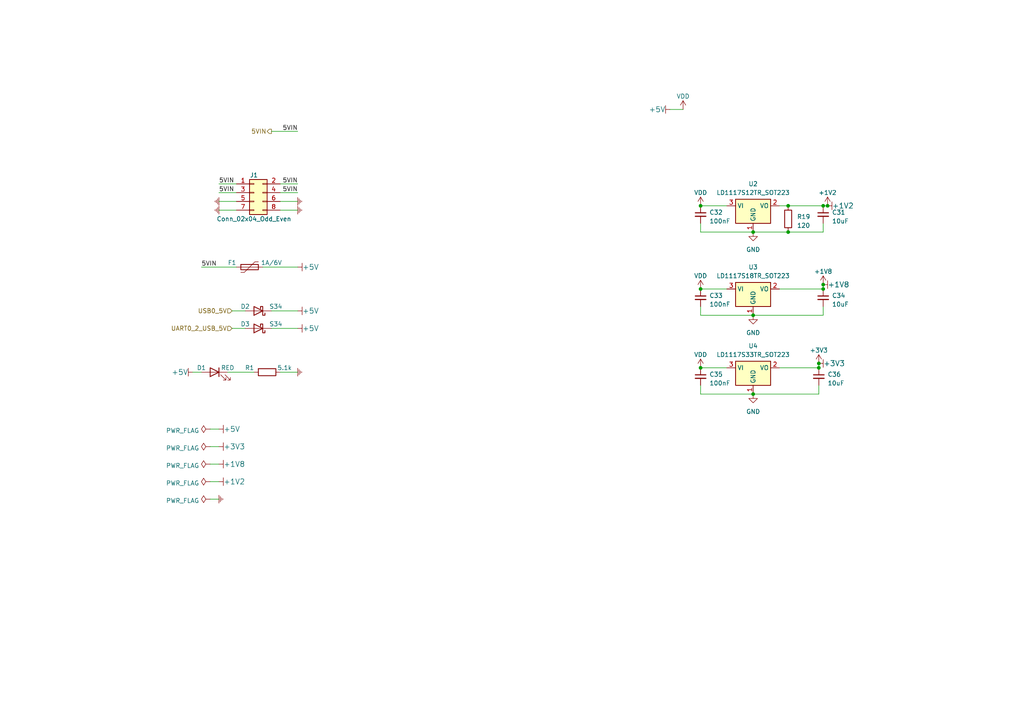
<source format=kicad_sch>
(kicad_sch (version 20230121) (generator eeschema)
  (paper "A4")
  (lib_symbols
    (symbol "0_power:+1V2" (power) (pin_names (offset 1.016))
      (property "Value" "+1V2" (at 0 1.27 0))
      (symbol "+1V2_0_1"
        (polyline (pts (xy -1.143 0) (xy 1.143 0)))
        (polyline (pts (xy 0 0) (xy 0 -1.27)))
      )
      (symbol "+1V2_1_1"
        (pin power_in line (at 0 -1.27 90) (length 0) hide (name "+1V2") (number "1"))
      )
    )
    (symbol "0_power:+1V8" (power) (pin_names (offset 1.016))
      (property "Value" "+1V8" (at 0 1.27 0))
      (symbol "+1V8_0_1"
        (polyline (pts (xy -1.143 0) (xy 1.143 0)))
        (polyline (pts (xy 0 0) (xy 0 -1.27)))
      )
      (symbol "+1V8_1_1"
        (pin power_in line (at 0 -1.27 90) (length 0) hide (name "+1V8") (number "1"))
      )
    )
    (symbol "0_power:+3V3" (power) (pin_names (offset 1.016))
      (property "Value" "+3V3" (at 0 1.27 0))
      (symbol "+3V3_0_1"
        (polyline (pts (xy -1.143 0) (xy 1.143 0)))
        (polyline (pts (xy 0 0) (xy 0 -1.27)))
      )
      (symbol "+3V3_1_1"
        (pin power_in line (at 0 -1.27 90) (length 0) hide (name "+3V3") (number "1"))
      )
    )
    (symbol "0_power:+5V" (power) (pin_names (offset 1.016))
      (property "Value" "+5V" (at 0 1.27 0))
      (symbol "+5V_0_1"
        (polyline (pts (xy -1.143 0) (xy 1.143 0)))
        (polyline (pts (xy 0 0) (xy 0 -1.27)))
      )
      (symbol "+5V_1_1"
        (pin power_in line (at 0 -1.27 90) (length 0) hide (name "+5V") (number "1"))
      )
    )
    (symbol "0_power:GND" (power) (pin_names (offset 1.016))
      (symbol "GND_0_1"
        (polyline (pts (xy -1.143 0) (xy 1.143 0)))
        (polyline (pts (xy -0.762 -0.381) (xy 0.762 -0.381)))
        (polyline (pts (xy -0.381 -0.762) (xy 0.381 -0.762)))
        (polyline (pts (xy -0.127 -1.143) (xy 0.127 -1.143)))
      )
      (symbol "GND_1_1"
        (pin power_in line (at 0 0 270) (length 0) hide (name "GND") (number "1"))
      )
    )
    (symbol "0_power:PWR_FLAG" (power) (pin_numbers hide) (pin_names (offset 0) hide)
      (property "Value" "PWR_FLAG" (at 0 3.81 0))
      (symbol "PWR_FLAG_0_0"
        (pin power_out line (at 0 0 90) (length 0) (name "pwr") (number "1"))
      )
      (symbol "PWR_FLAG_0_1"
        (polyline (pts (xy 0 0) (xy 0 1.27) (xy -1.016 1.905) (xy 0 2.54) (xy 1.016 1.905) (xy 0 1.27)))
      )
    )
    (symbol "Connector_Generic:Conn_02x04_Odd_Even" (pin_names (offset 1.016) hide)
      (property "Reference" "J" (at 1.27 5.08 0))
      (property "Value" "Conn_02x04_Odd_Even" (at 1.27 -7.62 0))
      (symbol "Conn_02x04_Odd_Even_1_1"
        (rectangle (start -1.27 -4.953) (end 0 -5.207) (stroke (width 0.1524)))
        (rectangle (start -1.27 -2.413) (end 0 -2.667) (stroke (width 0.1524)))
        (rectangle (start -1.27 0.127) (end 0 -0.127) (stroke (width 0.1524)))
        (rectangle (start -1.27 2.667) (end 0 2.413) (stroke (width 0.1524)))
        (rectangle (start -1.27 3.81) (end 3.81 -6.35) (stroke (width 0.254)) (fill (type background)))
        (rectangle (start 3.81 -4.953) (end 2.54 -5.207) (stroke (width 0.1524)))
        (rectangle (start 3.81 -2.413) (end 2.54 -2.667) (stroke (width 0.1524)))
        (rectangle (start 3.81 0.127) (end 2.54 -0.127) (stroke (width 0.1524)))
        (rectangle (start 3.81 2.667) (end 2.54 2.413) (stroke (width 0.1524)))
        (pin passive line (at -5.08 2.54 0) (length 3.81) (name "Pin_1") (number "1"))
        (pin passive line (at 7.62 2.54 180) (length 3.81) (name "Pin_2") (number "2"))
        (pin passive line (at -5.08 0 0) (length 3.81) (name "Pin_3") (number "3"))
        (pin passive line (at 7.62 0 180) (length 3.81) (name "Pin_4") (number "4"))
        (pin passive line (at -5.08 -2.54 0) (length 3.81) (name "Pin_5") (number "5"))
        (pin passive line (at 7.62 -2.54 180) (length 3.81) (name "Pin_6") (number "6"))
        (pin passive line (at -5.08 -5.08 0) (length 3.81) (name "Pin_7") (number "7"))
        (pin passive line (at 7.62 -5.08 180) (length 3.81) (name "Pin_8") (number "8"))
      )
    )
    (symbol "Device:C_Small" (pin_numbers hide) (pin_names (offset 0.254) hide)
      (property "Reference" "C" (at 0.254 1.778 0))
      (property "Value" "C_Small" (at 0.254 -2.032 0))
      (symbol "C_Small_0_1"
        (polyline (pts (xy -1.524 -0.508) (xy 1.524 -0.508)) (stroke (width 0.3302)))
        (polyline (pts (xy -1.524 0.508) (xy 1.524 0.508)) (stroke (width 0.3048)))
      )
      (symbol "C_Small_1_1"
        (pin passive line (at 0 2.54 270) (length 2.032) (name "~") (number "1"))
        (pin passive line (at 0 -2.54 90) (length 2.032) (name "~") (number "2"))
      )
    )
    (symbol "Device:D_Schottky" (pin_numbers hide) (pin_names (offset 1.016) hide)
      (property "Reference" "D" (at 0 2.54 0))
      (property "Value" "D_Schottky" (at 0 -2.54 0))
      (symbol "D_Schottky_0_1"
        (polyline (pts (xy 1.27 0) (xy -1.27 0)))
        (polyline (pts (xy 1.27 1.27) (xy 1.27 -1.27) (xy -1.27 0) (xy 1.27 1.27)) (stroke (width 0.254)))
        (polyline (pts (xy -1.905 0.635) (xy -1.905 1.27) (xy -1.27 1.27) (xy -1.27 -1.27) (xy -0.635 -1.27) (xy -0.635 -0.635)) (stroke (width 0.254)))
      )
      (symbol "D_Schottky_1_1"
        (pin passive line (at -3.81 0 0) (length 2.54) (name "K") (number "1"))
        (pin passive line (at 3.81 0 180) (length 2.54) (name "A") (number "2"))
      )
    )
    (symbol "Device:LED" (pin_numbers hide) (pin_names (offset 1.016) hide)
      (property "Reference" "D" (at 0 2.54 0))
      (property "Value" "LED" (at 0 -2.54 0))
      (symbol "LED_0_1"
        (polyline (pts (xy -1.27 -1.27) (xy -1.27 1.27)) (stroke (width 0.254)))
        (polyline (pts (xy -1.27 0) (xy 1.27 0)))
        (polyline (pts (xy 1.27 -1.27) (xy 1.27 1.27) (xy -1.27 0) (xy 1.27 -1.27)) (stroke (width 0.254)))
        (polyline (pts (xy -3.048 -0.762) (xy -4.572 -2.286) (xy -3.81 -2.286) (xy -4.572 -2.286) (xy -4.572 -1.524)))
        (polyline (pts (xy -1.778 -0.762) (xy -3.302 -2.286) (xy -2.54 -2.286) (xy -3.302 -2.286) (xy -3.302 -1.524)))
      )
      (symbol "LED_1_1"
        (pin passive line (at -3.81 0 0) (length 2.54) (name "K") (number "1"))
        (pin passive line (at 3.81 0 180) (length 2.54) (name "A") (number "2"))
      )
    )
    (symbol "Device:Polyfuse" (pin_numbers hide) (pin_names (offset 0))
      (property "Reference" "F" (at -2.54 0 90))
      (property "Value" "Polyfuse" (at 2.54 0 90))
      (symbol "Polyfuse_0_1"
        (rectangle (start -0.762 2.54) (end 0.762 -2.54) (stroke (width 0.254)))
        (polyline (pts (xy 0 2.54) (xy 0 -2.54)))
        (polyline (pts (xy -1.524 2.54) (xy -1.524 1.524) (xy 1.524 -1.524) (xy 1.524 -2.54)))
      )
      (symbol "Polyfuse_1_1"
        (pin passive line (at 0 3.81 270) (length 1.27) (name "~") (number "1"))
        (pin passive line (at 0 -3.81 90) (length 1.27) (name "~") (number "2"))
      )
    )
    (symbol "Device:R" (pin_numbers hide) (pin_names (offset 0))
      (property "Reference" "R" (at 2.032 0 90))
      (property "Value" "R" (at 0 0 90))
      (symbol "R_0_1"
        (rectangle (start -1.016 -2.54) (end 1.016 2.54) (stroke (width 0.254)))
      )
      (symbol "R_1_1"
        (pin passive line (at 0 3.81 270) (length 1.27) (name "~") (number "1"))
        (pin passive line (at 0 -3.81 90) (length 1.27) (name "~") (number "2"))
      )
    )
    (symbol "Regulator_Linear:LD1117S12TR_SOT223"
      (property "Reference" "U" (at -3.81 3.175 0))
      (property "Value" "LD1117S12TR_SOT223" (at 0 3.175 0))
      (symbol "LD1117S12TR_SOT223_0_1"
        (rectangle (start -5.08 -5.08) (end 5.08 1.905) (stroke (width 0.254)) (fill (type background)))
      )
      (symbol "LD1117S12TR_SOT223_1_1"
        (pin power_in line (at 0 -7.62 90) (length 2.54) (name "GND") (number "1"))
        (pin power_out line (at 7.62 0 180) (length 2.54) (name "VO") (number "2"))
        (pin power_in line (at -7.62 0 0) (length 2.54) (name "VI") (number "3"))
      )
    )
    (symbol "Regulator_Linear:LD1117S18TR_SOT223"
      (property "Reference" "U" (at -3.81 3.175 0))
      (property "Value" "LD1117S18TR_SOT223" (at 0 3.175 0))
      (symbol "LD1117S18TR_SOT223_0_1"
        (rectangle (start -5.08 -5.08) (end 5.08 1.905) (stroke (width 0.254)) (fill (type background)))
      )
      (symbol "LD1117S18TR_SOT223_1_1"
        (pin power_in line (at 0 -7.62 90) (length 2.54) (name "GND") (number "1"))
        (pin power_out line (at 7.62 0 180) (length 2.54) (name "VO") (number "2"))
        (pin power_in line (at -7.62 0 0) (length 2.54) (name "VI") (number "3"))
      )
    )
    (symbol "Regulator_Linear:LD1117S33TR_SOT223"
      (property "Reference" "U" (at -3.81 3.175 0))
      (property "Value" "LD1117S33TR_SOT223" (at 0 3.175 0))
      (symbol "LD1117S33TR_SOT223_0_1"
        (rectangle (start -5.08 -5.08) (end 5.08 1.905) (stroke (width 0.254)) (fill (type background)))
      )
      (symbol "LD1117S33TR_SOT223_1_1"
        (pin power_in line (at 0 -7.62 90) (length 2.54) (name "GND") (number "1"))
        (pin power_out line (at 7.62 0 180) (length 2.54) (name "VO") (number "2"))
        (pin power_in line (at -7.62 0 0) (length 2.54) (name "VI") (number "3"))
      )
    )
    (symbol "power:+1V2" (power) (pin_names (offset 0))
      (property "Value" "+1V2" (at 0 3.556 0))
      (symbol "+1V2_0_1"
        (polyline (pts (xy -0.762 1.27) (xy 0 2.54)))
        (polyline (pts (xy 0 0) (xy 0 2.54)))
        (polyline (pts (xy 0 2.54) (xy 0.762 1.27)))
      )
      (symbol "+1V2_1_1"
        (pin power_in line (at 0 0 90) (length 0) hide (name "+1V2") (number "1"))
      )
    )
    (symbol "power:+1V8" (power) (pin_names (offset 0))
      (property "Value" "+1V8" (at 0 3.556 0))
      (symbol "+1V8_0_1"
        (polyline (pts (xy -0.762 1.27) (xy 0 2.54)))
        (polyline (pts (xy 0 0) (xy 0 2.54)))
        (polyline (pts (xy 0 2.54) (xy 0.762 1.27)))
      )
      (symbol "+1V8_1_1"
        (pin power_in line (at 0 0 90) (length 0) hide (name "+1V8") (number "1"))
      )
    )
    (symbol "power:+3V3" (power) (pin_names (offset 0))
      (property "Value" "+3V3" (at 0 3.556 0))
      (symbol "+3V3_0_1"
        (polyline (pts (xy -0.762 1.27) (xy 0 2.54)))
        (polyline (pts (xy 0 0) (xy 0 2.54)))
        (polyline (pts (xy 0 2.54) (xy 0.762 1.27)))
      )
      (symbol "+3V3_1_1"
        (pin power_in line (at 0 0 90) (length 0) hide (name "+3V3") (number "1"))
      )
    )
    (symbol "power:GND" (power) (pin_names (offset 0))
      (property "Value" "GND" (at 0 -3.81 0))
      (symbol "GND_0_1"
        (polyline (pts (xy 0 0) (xy 0 -1.27) (xy 1.27 -1.27) (xy 0 -2.54) (xy -1.27 -1.27) (xy 0 -1.27)))
      )
      (symbol "GND_1_1"
        (pin power_in line (at 0 0 270) (length 0) hide (name "GND") (number "1"))
      )
    )
    (symbol "power:VDD" (power) (pin_names (offset 0))
      (property "Value" "VDD" (at 0 3.81 0))
      (symbol "VDD_0_1"
        (polyline (pts (xy -0.762 1.27) (xy 0 2.54)))
        (polyline (pts (xy 0 0) (xy 0 2.54)))
        (polyline (pts (xy 0 2.54) (xy 0.762 1.27)))
      )
      (symbol "VDD_1_1"
        (pin power_in line (at 0 0 90) (length 0) hide (name "VDD") (number "1"))
      )
    )
  )
  (junction (at 237.49 106.68))
  (junction (at 203.2 59.69))
  (junction (at 218.44 91.44))
  (junction (at 238.76 82.55))
  (junction (at 218.44 67.31))
  (junction (at 228.6 67.31))
  (junction (at 238.76 59.69))
  (junction (at 203.2 83.82))
  (junction (at 238.76 83.82))
  (junction (at 203.2 106.68))
  (junction (at 240.03 59.69))
  (junction (at 237.49 105.41))
  (junction (at 228.6 59.69))
  (junction (at 218.44 114.3))
  (wire (pts (xy 81.28 53.34) (xy 86.36 53.34)))
  (wire (pts (xy 81.28 58.42) (xy 86.36 58.42)))
  (wire (pts (xy 194.31 31.75) (xy 198.12 31.75)))
  (wire (pts (xy 203.2 91.44) (xy 218.44 91.44)))
  (wire (pts (xy 60.96 144.78) (xy 63.5 144.78)))
  (wire (pts (xy 63.5 53.34) (xy 68.58 53.34)))
  (wire (pts (xy 63.5 58.42) (xy 68.58 58.42)))
  (wire (pts (xy 67.31 90.17) (xy 71.12 90.17)))
  (wire (pts (xy 67.31 95.25) (xy 71.12 95.25)))
  (wire (pts (xy 238.76 82.55) (xy 238.76 83.82)))
  (wire (pts (xy 237.49 114.3) (xy 237.49 111.76)))
  (wire (pts (xy 81.28 55.88) (xy 86.36 55.88)))
  (wire (pts (xy 76.2 77.47) (xy 86.36 77.47)))
  (wire (pts (xy 81.28 60.96) (xy 86.36 60.96)))
  (wire (pts (xy 60.96 134.62) (xy 63.5 134.62)))
  (wire (pts (xy 238.76 64.77) (xy 238.76 67.31)))
  (wire (pts (xy 203.2 88.9) (xy 203.2 91.44)))
  (wire (pts (xy 238.76 91.44) (xy 238.76 88.9)))
  (wire (pts (xy 238.76 67.31) (xy 228.6 67.31)))
  (wire (pts (xy 226.06 59.69) (xy 228.6 59.69)))
  (wire (pts (xy 63.5 55.88) (xy 68.58 55.88)))
  (wire (pts (xy 237.49 106.68) (xy 226.06 106.68)))
  (wire (pts (xy 238.76 83.82) (xy 226.06 83.82)))
  (wire (pts (xy 203.2 59.69) (xy 210.82 59.69)))
  (wire (pts (xy 218.44 114.3) (xy 237.49 114.3)))
  (wire (pts (xy 203.2 64.77) (xy 203.2 67.31)))
  (wire (pts (xy 81.28 107.95) (xy 86.36 107.95)))
  (wire (pts (xy 218.44 91.44) (xy 238.76 91.44)))
  (wire (pts (xy 237.49 105.41) (xy 237.49 106.68)))
  (wire (pts (xy 55.88 107.95) (xy 58.42 107.95)))
  (wire (pts (xy 203.2 114.3) (xy 218.44 114.3)))
  (wire (pts (xy 203.2 83.82) (xy 210.82 83.82)))
  (wire (pts (xy 238.76 59.69) (xy 240.03 59.69)))
  (wire (pts (xy 203.2 111.76) (xy 203.2 114.3)))
  (wire (pts (xy 58.42 77.47) (xy 68.58 77.47)))
  (wire (pts (xy 60.96 124.46) (xy 63.5 124.46)))
  (wire (pts (xy 78.74 95.25) (xy 86.36 95.25)))
  (wire (pts (xy 210.82 106.68) (xy 203.2 106.68)))
  (wire (pts (xy 228.6 59.69) (xy 238.76 59.69)))
  (wire (pts (xy 60.96 139.7) (xy 63.5 139.7)))
  (wire (pts (xy 66.04 107.95) (xy 73.66 107.95)))
  (wire (pts (xy 218.44 67.31) (xy 228.6 67.31)))
  (wire (pts (xy 78.74 38.1) (xy 86.36 38.1)))
  (wire (pts (xy 78.74 90.17) (xy 86.36 90.17)))
  (wire (pts (xy 60.96 129.54) (xy 63.5 129.54)))
  (wire (pts (xy 63.5 60.96) (xy 68.58 60.96)))
  (wire (pts (xy 203.2 67.31) (xy 218.44 67.31)))
  (label "5VIN" (at 86.36 55.88 180))
  (label "5VIN" (at 86.36 53.34 180))
  (label "5VIN" (at 63.5 53.34 0))
  (label "5VIN" (at 63.5 55.88 0))
  (label "5VIN" (at 58.42 77.47 0))
  (label "5VIN" (at 86.36 38.1 180))
  (hierarchical_label "5VIN" (shape output) (at 78.74 38.1 180))
  (hierarchical_label "USB0_5V" (shape input) (at 67.31 90.17 180))
  (hierarchical_label "UART0_2_USB_5V" (shape input) (at 67.31 95.25 180))
  (symbol (lib_id "Regulator_Linear:LD1117S12TR_SOT223") (at 218.44 59.69 0) (unit 1)
    (property "Reference" "U2" (at 218.44 53.34 0))
    (property "Value" "LD1117S12TR_SOT223" (at 218.44 55.88 0))
    (property "Footprint" "Package_TO_SOT_SMD:SOT-223-3_TabPin2" (effects hide))
    (property "Datasheet" "http://www.st.com/st-web-ui/static/active/en/resource/technical/document/datasheet/CD00000544.pdf" (effects hide))
    (instances (project "getting-started" (path "" (reference "U2") (unit 1)) (path "" (reference "U2") (unit 1))) (project "NUC980DKxxYx_Development_Board" (path "" (reference "U8") (unit 1))))
  )
  (symbol (lib_id "0_power:PWR_FLAG") (at 60.96 134.62 90) (unit 1)
    (property "Reference" "#FLG04" (effects hide))
    (property "Value" "PWR_FLAG" (at 57.7851 135.0538 90) (effects (justify left)))
  )
  (symbol (lib_id "power:GND") (at 218.44 67.31 0) (unit 1)
    (property "Reference" "#PWR04" (effects hide))
    (property "Value" "GND" (at 218.44 72.39 0))
    (instances (project "getting-started" (path "" (reference "#PWR04") (unit 1)) (path "" (reference "#PWR04") (unit 1))) (project "NUC980DKxxYx_Development_Board" (path "" (reference "#PWR070") (unit 1))))
  )
  (symbol (lib_id "0_power:GND") (at 63.5 144.78 90) (unit 1)
    (property "Reference" "#PWR061" (effects hide))
    (property "Value" "GND" (effects hide))
  )
  (symbol (lib_id "power:VDD") (at 203.2 83.82 0) (unit 1)
    (property "Reference" "#PWR02" (effects hide))
    (property "Value" "VDD" (at 203.2 80.01 0))
    (instances (project "getting-started" (path "" (reference "#PWR02") (unit 1)) (path "" (reference "#PWR02") (unit 1))) (project "NUC980DKxxYx_Development_Board" (path "" (reference "#PWR068") (unit 1))))
  )
  (symbol (lib_id "0_power:+5V") (at 193.04 31.75 90) (unit 1)
    (property "Reference" "#PWR079" (effects hide))
    (property "Value" "+5V" (at 193.04 31.75 90) (effects (font (size 1.524 1.524)) (justify left)))
  )
  (symbol (lib_id "Device:C_Small") (at 203.2 62.23 0) (unit 1)
    (property "Reference" "C32" (at 205.74 61.6013 0) (effects (justify left)))
    (property "Value" "100nF" (at 205.74 64.1413 0) (effects (justify left)))
    (property "Footprint" "Capacitor_SMD:C_0603_1608Metric_Pad1.08x0.95mm_HandSolder" (effects hide))
    (instances (project "getting-started" (path "" (reference "C32") (unit 1))) (project "NUC980DKxxYx_Development_Board" (path "" (reference "C33") (unit 1))))
  )
  (symbol (lib_id "0_power:+1V8") (at 240.03 82.55 270) (unit 1)
    (property "Reference" "#PWR077" (effects hide))
    (property "Value" "+1V8" (at 240.03 82.55 90) (effects (font (size 1.524 1.524)) (justify left)))
  )
  (symbol (lib_id "0_power:GND") (at 63.5 60.96 270) (unit 1)
    (property "Reference" "#PWR0127" (effects hide))
    (property "Value" "GND" (effects hide))
  )
  (symbol (lib_id "power:+3V3") (at 237.49 105.41 0) (unit 1)
    (property "Reference" "#PWR09" (effects hide))
    (property "Value" "+3V3" (at 237.49 101.6 0))
    (instances (project "getting-started" (path "" (reference "#PWR09") (unit 1))) (project "NUC980DKxxYx_Development_Board" (path "" (reference "#PWR073") (unit 1))))
  )
  (symbol (lib_id "Device:R") (at 228.6 63.5 0) (unit 1)
    (property "Reference" "R19" (at 231.14 62.865 0) (effects (justify left)))
    (property "Value" "120" (at 231.14 65.405 0) (effects (justify left)))
    (property "Footprint" "Resistor_SMD:R_0603_1608Metric_Pad0.98x0.95mm_HandSolder" (effects hide))
    (instances (project "getting-started" (path "" (reference "R19") (unit 1))) (project "NUC980DKxxYx_Development_Board" (path "" (reference "R42") (unit 1))))
  )
  (symbol (lib_id "Regulator_Linear:LD1117S33TR_SOT223") (at 218.44 106.68 0) (unit 1)
    (property "Reference" "U4" (at 218.44 100.33 0))
    (property "Value" "LD1117S33TR_SOT223" (at 218.44 102.87 0))
    (property "Footprint" "Package_TO_SOT_SMD:SOT-223-3_TabPin2" (effects hide))
    (property "Datasheet" "http://www.st.com/st-web-ui/static/active/en/resource/technical/document/datasheet/CD00000544.pdf" (effects hide))
    (instances (project "getting-started" (path "" (reference "U4") (unit 1)) (path "" (reference "U4") (unit 1))) (project "NUC980DKxxYx_Development_Board" (path "" (reference "U10") (unit 1))))
  )
  (symbol (lib_id "0_power:+5V") (at 87.63 90.17 270) (unit 1)
    (property "Reference" "#PWR0124" (effects hide))
    (property "Value" "+5V" (at 87.63 90.17 90) (effects (font (size 1.524 1.524)) (justify left)))
  )
  (symbol (lib_id "power:+1V8") (at 238.76 82.55 0) (unit 1)
    (property "Reference" "#PWR08" (effects hide))
    (property "Value" "+1V8" (at 238.76 78.74 0))
    (instances (project "getting-started" (path "" (reference "#PWR08") (unit 1))) (project "NUC980DKxxYx_Development_Board" (path "" (reference "#PWR074") (unit 1))))
  )
  (symbol (lib_id "0_power:PWR_FLAG") (at 60.96 139.7 90) (unit 1)
    (property "Reference" "#FLG05" (effects hide))
    (property "Value" "PWR_FLAG" (at 57.7851 140.1338 90) (effects (justify left)))
  )
  (symbol (lib_id "Device:C_Small") (at 238.76 86.36 0) (unit 1)
    (property "Reference" "C34" (at 241.3 85.7313 0) (effects (justify left)))
    (property "Value" "10uF" (at 241.3 88.2713 0) (effects (justify left)))
    (property "Footprint" "Capacitor_SMD:C_0603_1608Metric_Pad1.08x0.95mm_HandSolder" (effects hide))
    (instances (project "getting-started" (path "" (reference "C34") (unit 1))) (project "NUC980DKxxYx_Development_Board" (path "" (reference "C58") (unit 1))))
  )
  (symbol (lib_id "Device:R") (at 77.47 107.95 90) (unit 1)
    (property "Reference" "R1" (at 72.39 106.68 90))
    (property "Value" "5.1k" (at 82.55 106.68 90))
    (property "Footprint" "Resistor_SMD:R_0805_2012Metric_Pad1.20x1.40mm_HandSolder" (effects hide))
  )
  (symbol (lib_id "0_power:+1V2") (at 241.3 59.69 270) (unit 1)
    (property "Reference" "#PWR078" (effects hide))
    (property "Value" "+1V2" (at 241.3 59.69 90) (effects (font (size 1.524 1.524)) (justify left)))
  )
  (symbol (lib_id "0_power:GND") (at 86.36 60.96 90) (mirror x) (unit 1)
    (property "Reference" "#PWR03" (effects hide))
    (property "Value" "GND" (effects hide))
  )
  (symbol (lib_id "0_power:GND") (at 86.36 58.42 90) (mirror x) (unit 1)
    (property "Reference" "#PWR02" (effects hide))
    (property "Value" "GND" (effects hide))
  )
  (symbol (lib_id "Device:C_Small") (at 238.76 62.23 0) (unit 1)
    (property "Reference" "C31" (at 241.3 61.6013 0) (effects (justify left)))
    (property "Value" "10uF" (at 241.3 64.1413 0) (effects (justify left)))
    (property "Footprint" "Capacitor_SMD:C_0603_1608Metric_Pad1.08x0.95mm_HandSolder" (effects hide))
    (instances (project "getting-started" (path "" (reference "C31") (unit 1))) (project "NUC980DKxxYx_Development_Board" (path "" (reference "C57") (unit 1))))
  )
  (symbol (lib_id "power:VDD") (at 203.2 59.69 0) (unit 1)
    (property "Reference" "#PWR01" (effects hide))
    (property "Value" "VDD" (at 203.2 55.88 0))
    (instances (project "getting-started" (path "" (reference "#PWR01") (unit 1)) (path "" (reference "#PWR01") (unit 1))) (project "NUC980DKxxYx_Development_Board" (path "" (reference "#PWR067") (unit 1))))
  )
  (symbol (lib_id "0_power:+5V") (at 54.61 107.95 90) (unit 1)
    (property "Reference" "#PWR0122" (effects hide))
    (property "Value" "+5V" (at 54.61 107.95 90) (effects (font (size 1.524 1.524)) (justify left)))
  )
  (symbol (lib_id "0_power:+5V") (at 87.63 95.25 270) (unit 1)
    (property "Reference" "#PWR0123" (effects hide))
    (property "Value" "+5V" (at 87.63 95.25 90) (effects (font (size 1.524 1.524)) (justify left)))
  )
  (symbol (lib_id "Device:Polyfuse") (at 72.39 77.47 90) (unit 1)
    (property "Reference" "F1" (at 67.31 76.2 90))
    (property "Value" "1A/6V" (at 78.74 76.2 90))
    (property "Footprint" "Fuse:Fuse_1206_3216Metric_Pad1.42x1.75mm_HandSolder" (effects hide))
  )
  (symbol (lib_id "Device:C_Small") (at 203.2 86.36 0) (unit 1)
    (property "Reference" "C33" (at 205.74 85.7313 0) (effects (justify left)))
    (property "Value" "100nF" (at 205.74 88.2713 0) (effects (justify left)))
    (property "Footprint" "Capacitor_SMD:C_0603_1608Metric_Pad1.08x0.95mm_HandSolder" (effects hide))
    (instances (project "getting-started" (path "" (reference "C33") (unit 1))) (project "NUC980DKxxYx_Development_Board" (path "" (reference "C50") (unit 1))))
  )
  (symbol (lib_id "0_power:+1V2") (at 64.77 139.7 270) (unit 1)
    (property "Reference" "#PWR065" (effects hide))
    (property "Value" "+1V2" (at 64.77 139.7 90) (effects (font (size 1.524 1.524)) (justify left)))
  )
  (symbol (lib_id "0_power:+3V3") (at 64.77 129.54 270) (unit 1)
    (property "Reference" "#PWR063" (effects hide))
    (property "Value" "+3V3" (at 64.77 129.54 90) (effects (font (size 1.524 1.524)) (justify left)))
  )
  (symbol (lib_id "power:+1V2") (at 240.03 59.69 0) (unit 1)
    (property "Reference" "#PWR010" (effects hide))
    (property "Value" "+1V2" (at 240.03 55.88 0))
    (instances (project "getting-started" (path "" (reference "#PWR010") (unit 1))) (project "NUC980DKxxYx_Development_Board" (path "" (reference "#PWR075") (unit 1))))
  )
  (symbol (lib_id "Device:D_Schottky") (at 74.93 90.17 180) (unit 1)
    (property "Reference" "D2" (at 71.12 88.9 0))
    (property "Value" "S34" (at 80.01 88.9 0))
    (property "Footprint" "Diode_SMD:D_SOD-123F" (effects hide))
  )
  (symbol (lib_id "0_power:+5V") (at 87.63 77.47 270) (unit 1)
    (property "Reference" "#PWR0125" (effects hide))
    (property "Value" "+5V" (at 87.63 77.47 90) (effects (font (size 1.524 1.524)) (justify left)))
  )
  (symbol (lib_id "Regulator_Linear:LD1117S18TR_SOT223") (at 218.44 83.82 0) (unit 1)
    (property "Reference" "U3" (at 218.44 77.47 0))
    (property "Value" "LD1117S18TR_SOT223" (at 218.44 80.01 0))
    (property "Footprint" "Package_TO_SOT_SMD:SOT-223-3_TabPin2" (effects hide))
    (property "Datasheet" "http://www.st.com/st-web-ui/static/active/en/resource/technical/document/datasheet/CD00000544.pdf" (effects hide))
    (instances (project "getting-started" (path "" (reference "U3") (unit 1)) (path "" (reference "U3") (unit 1))) (project "NUC980DKxxYx_Development_Board" (path "" (reference "U9") (unit 1))))
  )
  (symbol (lib_id "0_power:PWR_FLAG") (at 60.96 144.78 90) (unit 1)
    (property "Reference" "#FLG06" (effects hide))
    (property "Value" "PWR_FLAG" (at 57.7851 145.2138 90) (effects (justify left)))
  )
  (symbol (lib_id "Connector_Generic:Conn_02x04_Odd_Even") (at 73.66 55.88 0) (unit 1)
    (property "Reference" "J1" (at 73.66 50.8 0))
    (property "Value" "Conn_02x04_Odd_Even" (at 73.66 63.5 0))
    (property "Footprint" "Connector_PinHeader_2.54mm:PinHeader_2x04_P2.54mm_Vertical" (effects hide))
  )
  (symbol (lib_id "power:GND") (at 218.44 91.44 0) (unit 1)
    (property "Reference" "#PWR05" (effects hide))
    (property "Value" "GND" (at 218.44 96.52 0))
    (instances (project "getting-started" (path "" (reference "#PWR05") (unit 1)) (path "" (reference "#PWR05") (unit 1))) (project "NUC980DKxxYx_Development_Board" (path "" (reference "#PWR071") (unit 1))))
  )
  (symbol (lib_id "power:GND") (at 218.44 114.3 0) (unit 1)
    (property "Reference" "#PWR06" (effects hide))
    (property "Value" "GND" (at 218.44 119.38 0))
    (instances (project "getting-started" (path "" (reference "#PWR06") (unit 1)) (path "" (reference "#PWR06") (unit 1))) (project "NUC980DKxxYx_Development_Board" (path "" (reference "#PWR072") (unit 1))))
  )
  (symbol (lib_id "0_power:+1V8") (at 64.77 134.62 270) (unit 1)
    (property "Reference" "#PWR064" (effects hide))
    (property "Value" "+1V8" (at 64.77 134.62 90) (effects (font (size 1.524 1.524)) (justify left)))
  )
  (symbol (lib_id "Device:D_Schottky") (at 74.93 95.25 180) (unit 1)
    (property "Reference" "D3" (at 71.12 93.98 0))
    (property "Value" "S34" (at 80.01 93.98 0))
    (property "Footprint" "Diode_SMD:D_SOD-123F" (effects hide))
  )
  (symbol (lib_id "Device:LED") (at 62.23 107.95 0) (mirror y) (unit 1)
    (property "Reference" "D1" (at 58.42 106.68 0))
    (property "Value" "RED" (at 66.04 106.68 0))
    (property "Footprint" "LED_SMD:LED_0603_1608Metric" (effects hide))
  )
  (symbol (lib_id "0_power:GND") (at 63.5 58.42 270) (unit 1)
    (property "Reference" "#PWR01" (effects hide))
    (property "Value" "GND" (effects hide))
  )
  (symbol (lib_id "0_power:+3V3") (at 238.76 105.41 270) (unit 1)
    (property "Reference" "#PWR076" (effects hide))
    (property "Value" "+3V3" (at 238.76 105.41 90) (effects (font (size 1.524 1.524)) (justify left)))
  )
  (symbol (lib_id "power:VDD") (at 203.2 106.68 0) (unit 1)
    (property "Reference" "#PWR03" (effects hide))
    (property "Value" "VDD" (at 203.2 102.87 0))
    (instances (project "getting-started" (path "" (reference "#PWR03") (unit 1)) (path "" (reference "#PWR03") (unit 1))) (project "NUC980DKxxYx_Development_Board" (path "" (reference "#PWR069") (unit 1))))
  )
  (symbol (lib_id "0_power:PWR_FLAG") (at 60.96 129.54 90) (unit 1)
    (property "Reference" "#FLG03" (effects hide))
    (property "Value" "PWR_FLAG" (at 57.7851 129.9738 90) (effects (justify left)))
  )
  (symbol (lib_id "0_power:GND") (at 86.36 107.95 90) (mirror x) (unit 1)
    (property "Reference" "#PWR0121" (effects hide))
    (property "Value" "GND" (effects hide))
  )
  (symbol (lib_id "Device:C_Small") (at 237.49 109.22 0) (unit 1)
    (property "Reference" "C36" (at 240.03 108.5913 0) (effects (justify left)))
    (property "Value" "10uF" (at 240.03 111.1313 0) (effects (justify left)))
    (property "Footprint" "Capacitor_SMD:C_0603_1608Metric_Pad1.08x0.95mm_HandSolder" (effects hide))
    (instances (project "getting-started" (path "" (reference "C36") (unit 1))) (project "NUC980DKxxYx_Development_Board" (path "" (reference "C56") (unit 1))))
  )
  (symbol (lib_id "power:VDD") (at 198.12 31.75 0) (unit 1)
    (property "Reference" "#PWR01" (effects hide))
    (property "Value" "VDD" (at 198.12 27.94 0))
    (instances (project "getting-started" (path "" (reference "#PWR01") (unit 1)) (path "" (reference "#PWR01") (unit 1))) (project "NUC980DKxxYx_Development_Board" (path "" (reference "#PWR080") (unit 1))))
  )
  (symbol (lib_id "0_power:+5V") (at 64.77 124.46 270) (unit 1)
    (property "Reference" "#PWR062" (effects hide))
    (property "Value" "+5V" (at 64.77 124.46 90) (effects (font (size 1.524 1.524)) (justify left)))
  )
  (symbol (lib_id "0_power:PWR_FLAG") (at 60.96 124.46 90) (unit 1)
    (property "Reference" "#FLG02" (effects hide))
    (property "Value" "PWR_FLAG" (at 57.7851 124.8938 90) (effects (justify left)))
  )
  (symbol (lib_id "Device:C_Small") (at 203.2 109.22 0) (unit 1)
    (property "Reference" "C35" (at 205.74 108.5913 0) (effects (justify left)))
    (property "Value" "100nF" (at 205.74 111.1313 0) (effects (justify left)))
    (property "Footprint" "Capacitor_SMD:C_0603_1608Metric_Pad1.08x0.95mm_HandSolder" (effects hide))
    (instances (project "getting-started" (path "" (reference "C35") (unit 1))) (project "NUC980DKxxYx_Development_Board" (path "" (reference "C53") (unit 1))))
  )
)
</source>
